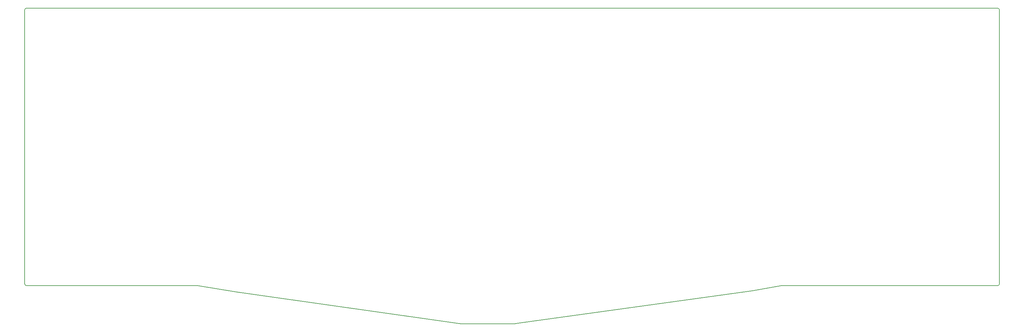
<source format=gbr>
G04 #@! TF.GenerationSoftware,KiCad,Pcbnew,(5.1.4-0-10_14)*
G04 #@! TF.CreationDate,2020-04-19T23:22:29-05:00*
G04 #@! TF.ProjectId,minister,6d696e69-7374-4657-922e-6b696361645f,rev?*
G04 #@! TF.SameCoordinates,Original*
G04 #@! TF.FileFunction,Profile,NP*
%FSLAX46Y46*%
G04 Gerber Fmt 4.6, Leading zero omitted, Abs format (unit mm)*
G04 Created by KiCad (PCBNEW (5.1.4-0-10_14)) date 2020-04-19 23:22:29*
%MOMM*%
%LPD*%
G04 APERTURE LIST*
%ADD10C,0.200000*%
G04 APERTURE END LIST*
D10*
X13590999Y-67047999D02*
X13591000Y-70048000D01*
X226341000Y-144048000D02*
X281091000Y-144048000D01*
X226341000Y-144048000D02*
X224341000Y-144048000D01*
X135128000Y-154686000D02*
X72541000Y-145848000D01*
X135128000Y-154686000D02*
X150135501Y-154680992D01*
X62041000Y-66548000D02*
X224041000Y-66548000D01*
X271091000Y-66548000D02*
X270091000Y-66548000D01*
X270091000Y-66548000D02*
X266591000Y-66548000D01*
X13590999Y-67047999D02*
G75*
G02X14091000Y-66548000I500000J-1D01*
G01*
X57141000Y-66548000D02*
X14091000Y-66548000D01*
X62041000Y-66548000D02*
X57141000Y-66548000D01*
X61741000Y-144048000D02*
X72541000Y-145848000D01*
X60941000Y-144048000D02*
X61741000Y-144048000D01*
X14091000Y-144048000D02*
X60941000Y-144048000D01*
X14091000Y-144048000D02*
G75*
G02X13591000Y-143548000I0J500000D01*
G01*
X13591000Y-139048000D02*
X13591000Y-143548000D01*
X13591000Y-71548000D02*
X13591000Y-139048000D01*
X13591000Y-71548000D02*
X13591000Y-70048000D01*
X285091000Y-108548000D02*
X285091000Y-108048000D01*
X285091000Y-118048000D02*
X285091000Y-108548000D01*
X285091000Y-143548000D02*
X285091000Y-118048000D01*
X285091000Y-143548000D02*
G75*
G02X284591000Y-144048000I-500000J0D01*
G01*
X281091000Y-144048000D02*
X284591000Y-144048000D01*
X216341000Y-145448000D02*
X224341000Y-144048000D01*
X150341000Y-154647999D02*
X216341000Y-145448000D01*
X150135501Y-154680992D02*
X150341000Y-154647999D01*
X281591000Y-66548000D02*
X281091000Y-66548000D01*
X285091000Y-108048000D02*
X285091000Y-107548000D01*
X285091000Y-107548000D02*
X285091000Y-106048000D01*
X285091000Y-106048000D02*
X285091000Y-98548000D01*
X281091000Y-66548000D02*
X280841000Y-66548000D01*
X285091000Y-98548000D02*
X285091000Y-97548000D01*
X285091000Y-97548000D02*
X285091000Y-94048000D01*
X285091000Y-94048000D02*
X285091000Y-93048000D01*
X285091000Y-93048000D02*
X285091000Y-89798000D01*
X271841000Y-66548000D02*
X271091000Y-66548000D01*
X285091000Y-89798000D02*
X285091000Y-88548000D01*
X285091000Y-88548000D02*
X285091000Y-67048000D01*
X266591000Y-66548000D02*
X224041000Y-66548000D01*
X280841000Y-66548000D02*
X271841000Y-66548000D01*
X284591001Y-66547999D02*
G75*
G02X285091000Y-67048000I-1J-500000D01*
G01*
X284591000Y-66548000D02*
X283591000Y-66548000D01*
X283591000Y-66548000D02*
X281591000Y-66548000D01*
M02*

</source>
